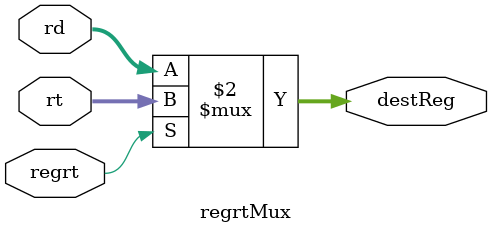
<source format=v>
`timescale 1ns / 1ps


module regrtMux(
    input [4:0] rt,       // Register rt (bits 20:16 of dinstOut)
    input [4:0] rd,       // Register rd (bits 15:11 of dinstOut)
    input regrt,          // Multiplexer control signal
    output reg [4:0] destReg // Destination register output
);

    // Multiplexer logic: Choose between rd and rt based on regrt signal
    always @(*) begin
        destReg = (regrt) ? rt : rd;
    end

endmodule

</source>
